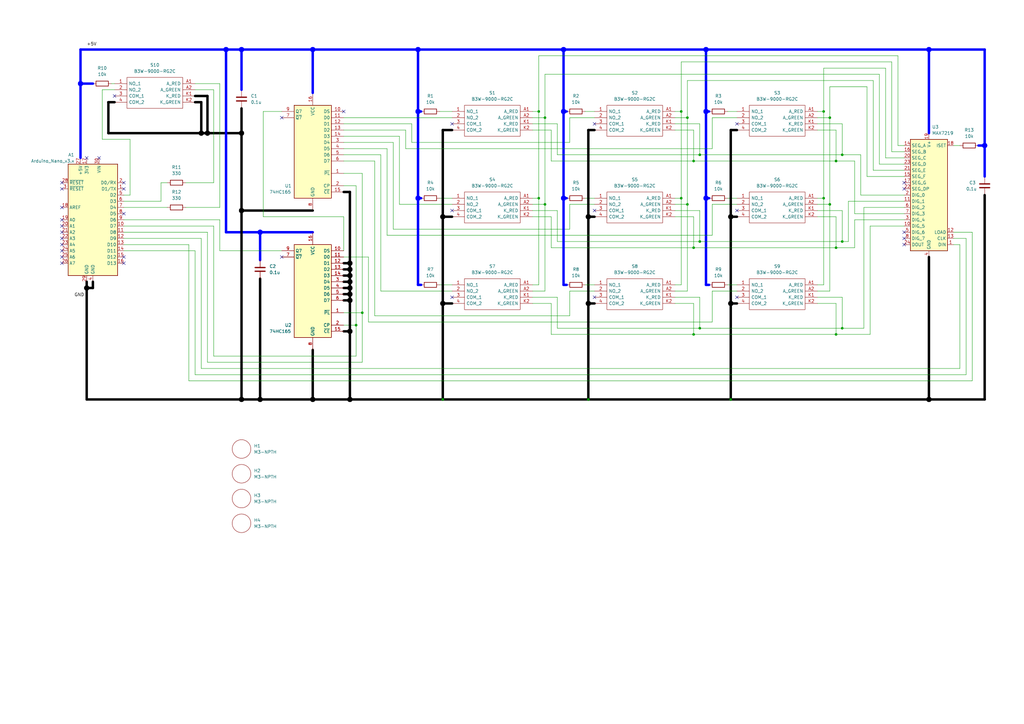
<source format=kicad_sch>
(kicad_sch (version 20211123) (generator eeschema)
  (paper "A3")
  (lib_symbols
    (symbol "74xx:74HC165"
      (property "Reference" "U" (at -7.62 19.05 0))
      (property "Value" "74HC165" (at -7.62 -21.59 0))
      (symbol "74HC165_1_0"
        (pin input line (at -12.7 -10.16 0) (length 5.08) (name "~{PL}") (number "1"))
        (pin input line (at -12.7 15.24 0) (length 5.08) (name "DS") (number "10"))
        (pin input line (at -12.7 12.7 0) (length 5.08) (name "D0") (number "11"))
        (pin input line (at -12.7 10.16 0) (length 5.08) (name "D1") (number "12"))
        (pin input line (at -12.7 7.62 0) (length 5.08) (name "D2") (number "13"))
        (pin input line (at -12.7 5.08 0) (length 5.08) (name "D3") (number "14"))
        (pin input line (at -12.7 -17.78 0) (length 5.08) (name "~{CE}") (number "15"))
        (pin power_in line (at 0 22.86 270) (length 5.08) (name "VCC") (number "16"))
        (pin input line (at -12.7 -15.24 0) (length 5.08) (name "CP") (number "2"))
        (pin input line (at -12.7 2.54 0) (length 5.08) (name "D4") (number "3"))
        (pin input line (at -12.7 0 0) (length 5.08) (name "D5") (number "4"))
        (pin input line (at -12.7 -2.54 0) (length 5.08) (name "D6") (number "5"))
        (pin input line (at -12.7 -5.08 0) (length 5.08) (name "D7") (number "6"))
        (pin output line (at 12.7 12.7 180) (length 5.08) (name "~{Q7}") (number "7"))
        (pin power_in line (at 0 -25.4 90) (length 5.08) (name "GND") (number "8"))
        (pin output line (at 12.7 15.24 180) (length 5.08) (name "Q7") (number "9"))
      )
      (symbol "74HC165_1_1"
        (rectangle (start -7.62 17.78) (end 7.62 -20.32) (stroke (width 0.254)) (fill (type background)))
      )
    )
    (symbol "Device:C" (pin_numbers hide) (pin_names (offset 0.254))
      (property "Reference" "C" (at 0.635 2.54 0))
      (property "Value" "C" (at 0.635 -2.54 0))
      (symbol "C_0_1"
        (polyline (pts (xy -2.032 -0.762) (xy 2.032 -0.762)) (stroke (width 0.508)))
        (polyline (pts (xy -2.032 0.762) (xy 2.032 0.762)) (stroke (width 0.508)))
      )
      (symbol "C_1_1"
        (pin passive line (at 0 3.81 270) (length 2.794) (name "~") (number "1"))
        (pin passive line (at 0 -3.81 90) (length 2.794) (name "~") (number "2"))
      )
    )
    (symbol "Device:R" (pin_numbers hide) (pin_names (offset 0))
      (property "Reference" "R" (at 2.032 0 90))
      (property "Value" "R" (at 0 0 90))
      (symbol "R_0_1"
        (rectangle (start -1.016 -2.54) (end 1.016 2.54) (stroke (width 0.254)))
      )
      (symbol "R_1_1"
        (pin passive line (at 0 3.81 270) (length 1.27) (name "~") (number "1"))
        (pin passive line (at 0 -3.81 90) (length 1.27) (name "~") (number "2"))
      )
    )
    (symbol "Driver_LED:MAX7219"
      (property "Reference" "U" (at -6.35 24.13 0))
      (property "Value" "MAX7219" (at 1.27 25.4 0))
      (symbol "MAX7219_0_1"
        (rectangle (start -7.62 22.86) (end 7.62 -22.86) (stroke (width 0.254)) (fill (type background)))
      )
      (symbol "MAX7219_1_1"
        (pin input line (at -10.16 -20.32 0) (length 2.54) (name "DIN") (number "1"))
        (pin output line (at 10.16 -12.7 180) (length 2.54) (name "DIG_5") (number "10"))
        (pin output line (at 10.16 -2.54 180) (length 2.54) (name "DIG_1") (number "11"))
        (pin input line (at -10.16 -15.24 0) (length 2.54) (name "LOAD") (number "12"))
        (pin input line (at -10.16 -17.78 0) (length 2.54) (name "CLK") (number "13"))
        (pin output line (at 10.16 20.32 180) (length 2.54) (name "SEG_A") (number "14"))
        (pin output line (at 10.16 7.62 180) (length 2.54) (name "SEG_F") (number "15"))
        (pin output line (at 10.16 17.78 180) (length 2.54) (name "SEG_B") (number "16"))
        (pin output line (at 10.16 5.08 180) (length 2.54) (name "SEG_G") (number "17"))
        (pin input line (at -10.16 20.32 0) (length 2.54) (name "ISET") (number "18"))
        (pin power_in line (at 0 25.4 270) (length 2.54) (name "V+") (number "19"))
        (pin output line (at 10.16 0 180) (length 2.54) (name "DIG_0") (number "2"))
        (pin output line (at 10.16 15.24 180) (length 2.54) (name "SEG_C") (number "20"))
        (pin output line (at 10.16 10.16 180) (length 2.54) (name "SEG_E") (number "21"))
        (pin output line (at 10.16 2.54 180) (length 2.54) (name "SEG_DP") (number "22"))
        (pin output line (at 10.16 12.7 180) (length 2.54) (name "SEG_D") (number "23"))
        (pin output line (at 10.16 -20.32 180) (length 2.54) (name "DOUT") (number "24"))
        (pin output line (at 10.16 -10.16 180) (length 2.54) (name "DIG_4") (number "3"))
        (pin power_in line (at 0 -25.4 90) (length 2.54) (name "GND") (number "4"))
        (pin output line (at 10.16 -15.24 180) (length 2.54) (name "DIG_6") (number "5"))
        (pin output line (at 10.16 -5.08 180) (length 2.54) (name "DIG_2") (number "6"))
        (pin output line (at 10.16 -7.62 180) (length 2.54) (name "DIG_3") (number "7"))
        (pin output line (at 10.16 -17.78 180) (length 2.54) (name "DIG_7") (number "8"))
        (pin passive line (at 0 -25.4 90) (length 2.54) hide (name "GND") (number "9"))
      )
    )
    (symbol "MCU_Module:Arduino_Nano_v3.x"
      (property "Reference" "A" (at -10.16 23.495 0))
      (property "Value" "Arduino_Nano_v3.x" (at 5.08 -24.13 0))
      (symbol "Arduino_Nano_v3.x_0_1"
        (rectangle (start -10.16 22.86) (end 10.16 -22.86) (stroke (width 0.254)) (fill (type background)))
      )
      (symbol "Arduino_Nano_v3.x_1_1"
        (pin bidirectional line (at -12.7 12.7 0) (length 2.54) (name "D1/TX") (number "1"))
        (pin bidirectional line (at -12.7 -2.54 0) (length 2.54) (name "D7") (number "10"))
        (pin bidirectional line (at -12.7 -5.08 0) (length 2.54) (name "D8") (number "11"))
        (pin bidirectional line (at -12.7 -7.62 0) (length 2.54) (name "D9") (number "12"))
        (pin bidirectional line (at -12.7 -10.16 0) (length 2.54) (name "D10") (number "13"))
        (pin bidirectional line (at -12.7 -12.7 0) (length 2.54) (name "D11") (number "14"))
        (pin bidirectional line (at -12.7 -15.24 0) (length 2.54) (name "D12") (number "15"))
        (pin bidirectional line (at -12.7 -17.78 0) (length 2.54) (name "D13") (number "16"))
        (pin power_out line (at 2.54 25.4 270) (length 2.54) (name "3V3") (number "17"))
        (pin input line (at 12.7 5.08 180) (length 2.54) (name "AREF") (number "18"))
        (pin bidirectional line (at 12.7 0 180) (length 2.54) (name "A0") (number "19"))
        (pin bidirectional line (at -12.7 15.24 0) (length 2.54) (name "D0/RX") (number "2"))
        (pin bidirectional line (at 12.7 -2.54 180) (length 2.54) (name "A1") (number "20"))
        (pin bidirectional line (at 12.7 -5.08 180) (length 2.54) (name "A2") (number "21"))
        (pin bidirectional line (at 12.7 -7.62 180) (length 2.54) (name "A3") (number "22"))
        (pin bidirectional line (at 12.7 -10.16 180) (length 2.54) (name "A4") (number "23"))
        (pin bidirectional line (at 12.7 -12.7 180) (length 2.54) (name "A5") (number "24"))
        (pin bidirectional line (at 12.7 -15.24 180) (length 2.54) (name "A6") (number "25"))
        (pin bidirectional line (at 12.7 -17.78 180) (length 2.54) (name "A7") (number "26"))
        (pin power_out line (at 5.08 25.4 270) (length 2.54) (name "+5V") (number "27"))
        (pin input line (at 12.7 15.24 180) (length 2.54) (name "~{RESET}") (number "28"))
        (pin power_in line (at 2.54 -25.4 90) (length 2.54) (name "GND") (number "29"))
        (pin input line (at 12.7 12.7 180) (length 2.54) (name "~{RESET}") (number "3"))
        (pin power_in line (at -2.54 25.4 270) (length 2.54) (name "VIN") (number "30"))
        (pin power_in line (at 0 -25.4 90) (length 2.54) (name "GND") (number "4"))
        (pin bidirectional line (at -12.7 10.16 0) (length 2.54) (name "D2") (number "5"))
        (pin bidirectional line (at -12.7 7.62 0) (length 2.54) (name "D3") (number "6"))
        (pin bidirectional line (at -12.7 5.08 0) (length 2.54) (name "D4") (number "7"))
        (pin bidirectional line (at -12.7 2.54 0) (length 2.54) (name "D5") (number "8"))
        (pin bidirectional line (at -12.7 0 0) (length 2.54) (name "D6") (number "9"))
      )
    )
    (symbol "TicTacToeV1:B3W-9000-RG2C" (pin_names (offset 0.762))
      (property "Reference" "S" (at 29.21 7.62 0))
      (property "Value" "B3W-9000-RG2C" (at 29.21 5.08 0))
      (symbol "B3W-9000-RG2C_0_0"
        (pin passive line (at 0 0 0) (length 5.08) (name "NO_1") (number "1"))
        (pin passive line (at 0 -2.54 0) (length 5.08) (name "NO_2") (number "2"))
        (pin passive line (at 0 -5.08 0) (length 5.08) (name "COM_1") (number "3"))
        (pin passive line (at 0 -7.62 0) (length 5.08) (name "COM_2") (number "4"))
        (pin passive line (at 33.02 0 180) (length 5.08) (name "A_RED") (number "A1"))
        (pin passive line (at 33.02 -2.54 180) (length 5.08) (name "A_GREEN") (number "A2"))
        (pin passive line (at 33.02 -5.08 180) (length 5.08) (name "K_RED") (number "K1"))
        (pin passive line (at 33.02 -7.62 180) (length 5.08) (name "K_GREEN") (number "K2"))
      )
      (symbol "B3W-9000-RG2C_0_1"
        (polyline (pts (xy 5.08 2.54) (xy 27.94 2.54) (xy 27.94 -10.16) (xy 5.08 -10.16) (xy 5.08 2.54)) (stroke (width 0.1524)))
      )
    )
    (symbol "TicTacToeV1:M3-NPTH" (pin_numbers hide) (pin_names (offset 0) hide)
      (property "Reference" "H" (at 0 7.62 0))
      (property "Value" "M3-NPTH" (at 0 5.08 0))
      (symbol "M3-NPTH_0_1"
        (circle (center 0 0) (radius 3.81))
      )
    )
  )
  (junction (at 299.72 88.9) (diameter 2) (color 0 0 0 1))
  (junction (at 231.14 81.28) (diameter 2) (color 0 0 255 1))
  (junction (at 223.52 48.26))
  (junction (at 99.06 20.32) (diameter 2) (color 0 0 255 1))
  (junction (at 143.51 120.65) (diameter 2) (color 0 0 0 1))
  (junction (at 181.61 163.83))
  (junction (at 287.02 99.06))
  (junction (at 284.48 101.6))
  (junction (at 143.51 110.49) (diameter 2) (color 0 0 0 1))
  (junction (at 345.44 63.5))
  (junction (at 223.52 83.82))
  (junction (at 181.61 124.46) (diameter 2) (color 0 0 0 1))
  (junction (at 342.9 137.16))
  (junction (at 143.51 107.95) (diameter 2) (color 0 0 0 1))
  (junction (at 106.68 163.83) (diameter 2) (color 0 0 0 1))
  (junction (at 231.14 45.72) (diameter 2) (color 0 0 255 1))
  (junction (at 289.56 81.28) (diameter 2) (color 0 0 255 1))
  (junction (at 99.06 86.36) (diameter 2) (color 0 0 0 1))
  (junction (at 220.98 45.72))
  (junction (at 381 163.83) (diameter 2) (color 0 0 0 1))
  (junction (at 148.59 128.27))
  (junction (at 171.45 45.72) (diameter 2) (color 0 0 255 1))
  (junction (at 92.71 20.32) (diameter 2) (color 0 0 255 1))
  (junction (at 241.3 88.9) (diameter 2) (color 0 0 0 1))
  (junction (at 181.61 88.9) (diameter 2) (color 0 0 0 1))
  (junction (at 342.9 101.6))
  (junction (at 85.09 54.61) (diameter 2) (color 0 0 0 1))
  (junction (at 403.86 59.69) (diameter 2) (color 0 0 255 1))
  (junction (at 128.27 163.83) (diameter 2) (color 0 0 0 1))
  (junction (at 289.56 20.32) (diameter 2) (color 0 0 255 1))
  (junction (at 299.72 163.83))
  (junction (at 279.4 45.72))
  (junction (at 340.36 83.82))
  (junction (at 279.4 81.28))
  (junction (at 35.56 118.11) (diameter 2) (color 0 0 0 1))
  (junction (at 143.51 163.83) (diameter 2) (color 0 0 0 1))
  (junction (at 99.06 163.83) (diameter 2) (color 0 0 0 1))
  (junction (at 33.02 34.29) (diameter 2) (color 0 0 255 1))
  (junction (at 143.51 123.19) (diameter 2) (color 0 0 0 1))
  (junction (at 337.82 81.28))
  (junction (at 241.3 163.83))
  (junction (at 299.72 124.46) (diameter 2) (color 0 0 0 1))
  (junction (at 281.94 83.82))
  (junction (at 171.45 20.32) (diameter 2) (color 0 0 255 1))
  (junction (at 99.06 54.61) (diameter 2) (color 0 0 0 1))
  (junction (at 106.68 95.25) (diameter 2) (color 0 0 255 1))
  (junction (at 146.05 133.35))
  (junction (at 143.51 113.03) (diameter 2) (color 0 0 0 1))
  (junction (at 143.51 135.89) (diameter 2) (color 0 0 0 1))
  (junction (at 340.36 48.26))
  (junction (at 337.82 45.72))
  (junction (at 342.9 66.04))
  (junction (at 289.56 45.72) (diameter 2) (color 0 0 255 1))
  (junction (at 82.55 54.61) (diameter 2) (color 0 0 0 1))
  (junction (at 281.94 48.26))
  (junction (at 143.51 118.11) (diameter 2) (color 0 0 0 1))
  (junction (at 287.02 134.62))
  (junction (at 284.48 66.04))
  (junction (at 220.98 81.28))
  (junction (at 128.27 20.32) (diameter 2) (color 0 0 255 1))
  (junction (at 241.3 124.46) (diameter 2) (color 0 0 0 1))
  (junction (at 143.51 115.57) (diameter 2) (color 0 0 0 1))
  (junction (at 287.02 63.5))
  (junction (at 381 20.32) (diameter 2) (color 0 0 255 1))
  (junction (at 171.45 81.28) (diameter 2) (color 0 0 255 1))
  (junction (at 345.44 99.06))
  (junction (at 231.14 20.32) (diameter 2) (color 0 0 255 1))
  (junction (at 345.44 134.62))
  (junction (at 284.48 137.16))
  (no_connect (at 40.64 64.77))
  (no_connect (at 25.4 90.17))
  (no_connect (at 370.84 77.47))
  (no_connect (at 185.42 50.8))
  (no_connect (at 370.84 95.25))
  (no_connect (at 140.97 45.72))
  (no_connect (at 50.8 74.93))
  (no_connect (at 243.84 86.36))
  (no_connect (at 25.4 102.87))
  (no_connect (at 25.4 77.47))
  (no_connect (at 185.42 86.36))
  (no_connect (at 50.8 107.95))
  (no_connect (at 115.57 105.41))
  (no_connect (at 25.4 100.33))
  (no_connect (at 302.26 121.92))
  (no_connect (at 243.84 121.92))
  (no_connect (at 25.4 105.41))
  (no_connect (at 25.4 95.25))
  (no_connect (at 302.26 86.36))
  (no_connect (at 185.42 121.92))
  (no_connect (at 25.4 74.93))
  (no_connect (at 302.26 50.8))
  (no_connect (at 370.84 74.93))
  (no_connect (at 25.4 107.95))
  (no_connect (at 25.4 85.09))
  (no_connect (at 243.84 50.8))
  (no_connect (at 50.8 77.47))
  (no_connect (at 370.84 100.33))
  (no_connect (at 50.8 87.63))
  (no_connect (at 115.57 48.26))
  (no_connect (at 46.99 39.37))
  (no_connect (at 370.84 97.79))
  (no_connect (at 50.8 105.41))
  (no_connect (at 25.4 92.71))
  (no_connect (at 35.56 64.77))
  (no_connect (at 25.4 97.79))
  (wire (pts (xy 218.44 124.46) (xy 226.06 124.46)))
  (wire (pts (xy 44.45 41.91) (xy 44.45 54.61)) (stroke (width 1) (color 0 0 0 1)))
  (wire (pts (xy 161.29 93.98) (xy 233.68 93.98)))
  (wire (pts (xy 403.86 59.69) (xy 403.86 20.32)) (stroke (width 1) (color 0 0 255 1)))
  (wire (pts (xy 50.8 95.25) (xy 85.09 95.25)))
  (wire (pts (xy 143.51 163.83) (xy 181.61 163.83)) (stroke (width 1) (color 0 0 0 1)))
  (wire (pts (xy 140.97 88.9) (xy 140.97 102.87)))
  (wire (pts (xy 358.14 33.02) (xy 281.94 33.02)))
  (wire (pts (xy 140.97 115.57) (xy 143.51 115.57)) (stroke (width 1) (color 0 0 0 1)))
  (wire (pts (xy 66.04 82.55) (xy 66.04 74.93)))
  (wire (pts (xy 279.4 81.28) (xy 279.4 116.84)))
  (wire (pts (xy 299.72 53.34) (xy 299.72 88.9)) (stroke (width 1) (color 0 0 0 1)))
  (wire (pts (xy 302.26 119.38) (xy 292.1 119.38)))
  (wire (pts (xy 143.51 110.49) (xy 143.51 113.03)) (stroke (width 1) (color 0 0 0 1)))
  (wire (pts (xy 77.47 100.33) (xy 50.8 100.33)))
  (wire (pts (xy 342.9 124.46) (xy 342.9 137.16)))
  (wire (pts (xy 140.97 118.11) (xy 143.51 118.11)) (stroke (width 1) (color 0 0 0 1)))
  (wire (pts (xy 92.71 20.32) (xy 92.71 95.25)) (stroke (width 1) (color 0 0 255 1)))
  (wire (pts (xy 287.02 50.8) (xy 276.86 50.8)))
  (wire (pts (xy 151.13 105.41) (xy 151.13 132.08)))
  (wire (pts (xy 231.14 45.72) (xy 231.14 81.28)) (stroke (width 1) (color 0 0 255 1)))
  (wire (pts (xy 279.4 45.72) (xy 279.4 81.28)))
  (wire (pts (xy 87.63 146.05) (xy 146.05 146.05)))
  (wire (pts (xy 161.29 58.42) (xy 161.29 93.98)))
  (wire (pts (xy 289.56 81.28) (xy 289.56 116.84)) (stroke (width 1) (color 0 0 255 1)))
  (wire (pts (xy 393.7 100.33) (xy 391.16 100.33)))
  (wire (pts (xy 50.8 80.01) (xy 53.34 80.01)))
  (wire (pts (xy 99.06 20.32) (xy 99.06 36.83)) (stroke (width 1) (color 0 0 255 1)))
  (wire (pts (xy 302.26 81.28) (xy 298.45 81.28)))
  (wire (pts (xy 292.1 83.82) (xy 292.1 96.52)))
  (wire (pts (xy 90.17 102.87) (xy 115.57 102.87)))
  (wire (pts (xy 302.26 48.26) (xy 292.1 48.26)))
  (wire (pts (xy 140.97 128.27) (xy 148.59 128.27)))
  (wire (pts (xy 358.14 69.85) (xy 370.84 69.85)))
  (wire (pts (xy 284.48 66.04) (xy 342.9 66.04)))
  (wire (pts (xy 284.48 124.46) (xy 284.48 137.16)))
  (wire (pts (xy 335.28 88.9) (xy 342.9 88.9)))
  (wire (pts (xy 99.06 20.32) (xy 128.27 20.32)) (stroke (width 1) (color 0 0 255 1)))
  (wire (pts (xy 140.97 55.88) (xy 163.83 55.88)))
  (wire (pts (xy 335.28 53.34) (xy 342.9 53.34)))
  (wire (pts (xy 87.63 74.93) (xy 87.63 36.83)))
  (wire (pts (xy 228.6 134.62) (xy 287.02 134.62)))
  (wire (pts (xy 168.91 50.8) (xy 168.91 58.42)))
  (wire (pts (xy 279.4 81.28) (xy 276.86 81.28)))
  (wire (pts (xy 299.72 124.46) (xy 299.72 163.83)) (stroke (width 1) (color 0 0 0 1)))
  (wire (pts (xy 350.52 66.04) (xy 350.52 87.63)))
  (wire (pts (xy 171.45 81.28) (xy 171.45 116.84)) (stroke (width 1) (color 0 0 255 1)))
  (wire (pts (xy 233.68 48.26) (xy 243.84 48.26)))
  (wire (pts (xy 151.13 132.08) (xy 292.1 132.08)))
  (wire (pts (xy 276.86 53.34) (xy 284.48 53.34)))
  (wire (pts (xy 148.59 71.12) (xy 148.59 128.27)))
  (wire (pts (xy 181.61 124.46) (xy 185.42 124.46)) (stroke (width 1) (color 0 0 0 1)))
  (wire (pts (xy 128.27 163.83) (xy 143.51 163.83)) (stroke (width 1) (color 0 0 0 1)))
  (wire (pts (xy 33.02 34.29) (xy 33.02 20.32)) (stroke (width 1) (color 0 0 255 1)))
  (wire (pts (xy 172.72 116.84) (xy 171.45 116.84)) (stroke (width 1) (color 0 0 255 1)))
  (wire (pts (xy 231.14 20.32) (xy 289.56 20.32)) (stroke (width 1) (color 0 0 255 1)))
  (wire (pts (xy 226.06 66.04) (xy 226.06 53.34)))
  (wire (pts (xy 140.97 135.89) (xy 143.51 135.89)) (stroke (width 1) (color 0 0 0 1)))
  (wire (pts (xy 156.21 63.5) (xy 156.21 119.38)))
  (wire (pts (xy 290.83 45.72) (xy 289.56 45.72)) (stroke (width 1) (color 0 0 255 1)))
  (wire (pts (xy 156.21 119.38) (xy 185.42 119.38)))
  (wire (pts (xy 358.14 33.02) (xy 358.14 69.85)))
  (wire (pts (xy 233.68 119.38) (xy 243.84 119.38)))
  (wire (pts (xy 50.8 92.71) (xy 87.63 92.71)))
  (wire (pts (xy 284.48 53.34) (xy 284.48 66.04)))
  (wire (pts (xy 171.45 20.32) (xy 231.14 20.32)) (stroke (width 1) (color 0 0 255 1)))
  (wire (pts (xy 355.6 35.56) (xy 355.6 72.39)))
  (wire (pts (xy 223.52 30.48) (xy 360.68 30.48)))
  (wire (pts (xy 233.68 58.42) (xy 233.68 48.26)))
  (wire (pts (xy 403.86 163.83) (xy 381 163.83)) (stroke (width 1) (color 0 0 0 1)))
  (wire (pts (xy 284.48 101.6) (xy 284.48 88.9)))
  (wire (pts (xy 391.16 95.25) (xy 398.78 95.25)))
  (wire (pts (xy 231.14 81.28) (xy 231.14 116.84)) (stroke (width 1) (color 0 0 255 1)))
  (wire (pts (xy 355.6 72.39) (xy 370.84 72.39)))
  (wire (pts (xy 80.01 153.67) (xy 396.24 153.67)))
  (wire (pts (xy 156.21 63.5) (xy 140.97 63.5)))
  (wire (pts (xy 80.01 102.87) (xy 80.01 153.67)))
  (wire (pts (xy 232.41 45.72) (xy 231.14 45.72)) (stroke (width 1) (color 0 0 255 1)))
  (wire (pts (xy 342.9 88.9) (xy 342.9 101.6)))
  (wire (pts (xy 345.44 99.06) (xy 347.98 99.06)))
  (wire (pts (xy 218.44 86.36) (xy 228.6 86.36)))
  (wire (pts (xy 241.3 163.83) (xy 299.72 163.83)) (stroke (width 1) (color 0 0 0 1)))
  (wire (pts (xy 370.84 90.17) (xy 350.52 90.17)))
  (wire (pts (xy 398.78 95.25) (xy 398.78 156.21)))
  (wire (pts (xy 218.44 81.28) (xy 220.98 81.28)))
  (wire (pts (xy 143.51 115.57) (xy 143.51 118.11)) (stroke (width 1) (color 0 0 0 1)))
  (wire (pts (xy 99.06 163.83) (xy 106.68 163.83)) (stroke (width 1) (color 0 0 0 1)))
  (wire (pts (xy 243.84 81.28) (xy 240.03 81.28)))
  (wire (pts (xy 243.84 124.46) (xy 241.3 124.46)) (stroke (width 1) (color 0 0 0 1)))
  (wire (pts (xy 337.82 45.72) (xy 337.82 81.28)))
  (wire (pts (xy 140.97 60.96) (xy 158.75 60.96)))
  (wire (pts (xy 41.91 57.15) (xy 41.91 36.83)))
  (wire (pts (xy 335.28 119.38) (xy 340.36 119.38)))
  (wire (pts (xy 287.02 86.36) (xy 276.86 86.36)))
  (wire (pts (xy 146.05 146.05) (xy 146.05 133.35)))
  (wire (pts (xy 143.51 123.19) (xy 143.51 135.89)) (stroke (width 1) (color 0 0 0 1)))
  (wire (pts (xy 360.68 67.31) (xy 370.84 67.31)))
  (wire (pts (xy 302.26 45.72) (xy 298.45 45.72)))
  (wire (pts (xy 106.68 114.3) (xy 106.68 163.83)) (stroke (width 1) (color 0 0 0 1)))
  (wire (pts (xy 99.06 54.61) (xy 99.06 86.36)) (stroke (width 1) (color 0 0 0 1)))
  (wire (pts (xy 302.26 116.84) (xy 298.45 116.84)))
  (wire (pts (xy 90.17 34.29) (xy 90.17 85.09)))
  (wire (pts (xy 106.68 163.83) (xy 128.27 163.83)) (stroke (width 1) (color 0 0 0 1)))
  (wire (pts (xy 76.2 74.93) (xy 87.63 74.93)))
  (wire (pts (xy 340.36 35.56) (xy 355.6 35.56)))
  (wire (pts (xy 289.56 20.32) (xy 289.56 45.72)) (stroke (width 1) (color 0 0 255 1)))
  (wire (pts (xy 284.48 66.04) (xy 226.06 66.04)))
  (wire (pts (xy 287.02 63.5) (xy 345.44 63.5)))
  (wire (pts (xy 353.06 80.01) (xy 353.06 63.5)))
  (wire (pts (xy 228.6 99.06) (xy 287.02 99.06)))
  (wire (pts (xy 356.87 137.16) (xy 356.87 92.71)))
  (wire (pts (xy 337.82 27.94) (xy 337.82 45.72)))
  (wire (pts (xy 289.56 45.72) (xy 289.56 81.28)) (stroke (width 1) (color 0 0 255 1)))
  (wire (pts (xy 140.97 120.65) (xy 143.51 120.65)) (stroke (width 1) (color 0 0 0 1)))
  (wire (pts (xy 233.68 129.54) (xy 233.68 119.38)))
  (wire (pts (xy 143.51 135.89) (xy 143.51 163.83)) (stroke (width 1) (color 0 0 0 1)))
  (wire (pts (xy 337.82 81.28) (xy 335.28 81.28)))
  (wire (pts (xy 38.1 34.29) (xy 33.02 34.29)) (stroke (width 1) (color 0 0 255 1)))
  (wire (pts (xy 363.22 64.77) (xy 370.84 64.77)))
  (wire (pts (xy 284.48 101.6) (xy 342.9 101.6)))
  (wire (pts (xy 181.61 124.46) (xy 181.61 163.83)) (stroke (width 1) (color 0 0 0 1)))
  (wire (pts (xy 287.02 99.06) (xy 345.44 99.06)))
  (wire (pts (xy 335.28 86.36) (xy 345.44 86.36)))
  (wire (pts (xy 181.61 88.9) (xy 181.61 124.46)) (stroke (width 1) (color 0 0 0 1)))
  (wire (pts (xy 85.09 95.25) (xy 85.09 148.59)))
  (wire (pts (xy 140.97 105.41) (xy 151.13 105.41)))
  (wire (pts (xy 50.8 85.09) (xy 68.58 85.09)))
  (wire (pts (xy 299.72 124.46) (xy 302.26 124.46)) (stroke (width 1) (color 0 0 0 1)))
  (wire (pts (xy 66.04 74.93) (xy 68.58 74.93)))
  (wire (pts (xy 50.8 90.17) (xy 90.17 90.17)))
  (wire (pts (xy 290.83 81.28) (xy 289.56 81.28)) (stroke (width 1) (color 0 0 255 1)))
  (wire (pts (xy 356.87 92.71) (xy 370.84 92.71)))
  (wire (pts (xy 220.98 45.72) (xy 220.98 81.28)))
  (wire (pts (xy 290.83 116.84) (xy 289.56 116.84)) (stroke (width 1) (color 0 0 255 1)))
  (wire (pts (xy 403.86 80.01) (xy 403.86 163.83)) (stroke (width 1) (color 0 0 0 1)))
  (wire (pts (xy 232.41 116.84) (xy 231.14 116.84)) (stroke (width 1) (color 0 0 255 1)))
  (wire (pts (xy 99.06 86.36) (xy 128.27 86.36)) (stroke (width 1) (color 0 0 0 1)))
  (wire (pts (xy 403.86 59.69) (xy 403.86 72.39)) (stroke (width 1) (color 0 0 255 1)))
  (wire (pts (xy 299.72 163.83) (xy 381 163.83)) (stroke (width 1) (color 0 0 0 1)))
  (wire (pts (xy 38.1 115.57) (xy 38.1 118.11)) (stroke (width 1) (color 0 0 0 1)))
  (wire (pts (xy 350.52 90.17) (xy 350.52 101.6)))
  (wire (pts (xy 163.83 83.82) (xy 185.42 83.82)))
  (wire (pts (xy 223.52 48.26) (xy 223.52 30.48)))
  (wire (pts (xy 340.36 83.82) (xy 335.28 83.82)))
  (wire (pts (xy 281.94 33.02) (xy 281.94 48.26)))
  (wire (pts (xy 82.55 151.13) (xy 393.7 151.13)))
  (wire (pts (xy 233.68 93.98) (xy 233.68 83.82)))
  (wire (pts (xy 281.94 83.82) (xy 281.94 119.38)))
  (wire (pts (xy 140.97 78.74) (xy 143.51 78.74)) (stroke (width 1) (color 0 0 0 1)))
  (wire (pts (xy 77.47 100.33) (xy 77.47 156.21)))
  (wire (pts (xy 143.51 120.65) (xy 143.51 123.19)) (stroke (width 1) (color 0 0 0 1)))
  (wire (pts (xy 226.06 124.46) (xy 226.06 137.16)))
  (wire (pts (xy 172.72 81.28) (xy 171.45 81.28)) (stroke (width 1) (color 0 0 255 1)))
  (wire (pts (xy 287.02 99.06) (xy 287.02 86.36)))
  (wire (pts (xy 153.67 129.54) (xy 233.68 129.54)))
  (wire (pts (xy 99.06 86.36) (xy 99.06 163.83)) (stroke (width 1) (color 0 0 0 1)))
  (wire (pts (xy 337.82 81.28) (xy 337.82 116.84)))
  (wire (pts (xy 276.86 116.84) (xy 279.4 116.84)))
  (wire (pts (xy 107.95 45.72) (xy 107.95 88.9)))
  (wire (pts (xy 279.4 25.4) (xy 279.4 45.72)))
  (wire (pts (xy 140.97 58.42) (xy 161.29 58.42)))
  (wire (pts (xy 220.98 81.28) (xy 220.98 116.84)))
  (wire (pts (xy 340.36 48.26) (xy 340.36 83.82)))
  (wire (pts (xy 241.3 88.9) (xy 241.3 124.46)) (stroke (width 1) (color 0 0 0 1)))
  (wire (pts (xy 228.6 121.92) (xy 228.6 134.62)))
  (wire (pts (xy 226.06 137.16) (xy 284.48 137.16)))
  (wire (pts (xy 153.67 66.04) (xy 153.67 129.54)))
  (wire (pts (xy 168.91 58.42) (xy 233.68 58.42)))
  (wire (pts (xy 241.3 53.34) (xy 241.3 88.9)) (stroke (width 1) (color 0 0 0 1)))
  (wire (pts (xy 171.45 20.32) (xy 171.45 45.72)) (stroke (width 1) (color 0 0 255 1)))
  (wire (pts (xy 363.22 27.94) (xy 363.22 64.77)))
  (wire (pts (xy 92.71 95.25) (xy 106.68 95.25)) (stroke (width 1) (color 0 0 255 1)))
  (wire (pts (xy 342.9 137.16) (xy 356.87 137.16)))
  (wire (pts (xy 140.97 66.04) (xy 153.67 66.04)))
  (wire (pts (xy 340.36 83.82) (xy 340.36 119.38)))
  (wire (pts (xy 50.8 97.79) (xy 82.55 97.79)))
  (wire (pts (xy 166.37 53.34) (xy 166.37 60.96)))
  (wire (pts (xy 172.72 45.72) (xy 171.45 45.72)) (stroke (width 1) (color 0 0 255 1)))
  (wire (pts (xy 180.34 81.28) (xy 185.42 81.28)))
  (wire (pts (xy 232.41 81.28) (xy 231.14 81.28)) (stroke (width 1) (color 0 0 255 1)))
  (wire (pts (xy 85.09 39.37) (xy 85.09 54.61)) (stroke (width 1) (color 0 0 0 1)))
  (wire (pts (xy 180.34 45.72) (xy 185.42 45.72)))
  (wire (pts (xy 381 105.41) (xy 381 163.83)) (stroke (width 1) (color 0 0 0 1)))
  (wire (pts (xy 180.34 116.84) (xy 185.42 116.84)))
  (wire (pts (xy 181.61 53.34) (xy 181.61 88.9)) (stroke (width 1) (color 0 0 0 1)))
  (wire (pts (xy 342.9 53.34) (xy 342.9 66.04)))
  (wire (pts (xy 146.05 76.2) (xy 146.05 133.35)))
  (wire (pts (xy 287.02 134.62) (xy 345.44 134.62)))
  (wire (pts (xy 140.97 50.8) (xy 168.91 50.8)))
  (wire (pts (xy 181.61 163.83) (xy 241.3 163.83)) (stroke (width 1) (color 0 0 0 1)))
  (wire (pts (xy 140.97 110.49) (xy 143.51 110.49)) (stroke (width 1) (color 0 0 0 1)))
  (wire (pts (xy 163.83 55.88) (xy 163.83 83.82)))
  (wire (pts (xy 220.98 22.86) (xy 368.3 22.86)))
  (wire (pts (xy 158.75 96.52) (xy 292.1 96.52)))
  (wire (pts (xy 398.78 156.21) (xy 77.47 156.21)))
  (wire (pts (xy 82.55 54.61) (xy 85.09 54.61)) (stroke (width 1) (color 0 0 0 1)))
  (wire (pts (xy 80.01 41.91) (xy 82.55 41.91)) (stroke (width 1) (color 0 0 0 1)))
  (wire (pts (xy 335.28 121.92) (xy 345.44 121.92)))
  (wire (pts (xy 365.76 25.4) (xy 365.76 62.23)))
  (wire (pts (xy 241.3 88.9) (xy 243.84 88.9)) (stroke (width 1) (color 0 0 0 1)))
  (wire (pts (xy 218.44 53.34) (xy 226.06 53.34)))
  (wire (pts (xy 128.27 95.25) (xy 106.68 95.25)) (stroke (width 1) (color 0 0 255 1)))
  (wire (pts (xy 342.9 66.04) (xy 350.52 66.04)))
  (wire (pts (xy 107.95 88.9) (xy 140.97 88.9)))
  (wire (pts (xy 284.48 101.6) (xy 226.06 101.6)))
  (wire (pts (xy 231.14 20.32) (xy 231.14 45.72)) (stroke (width 1) (color 0 0 255 1)))
  (wire (pts (xy 218.44 116.84) (xy 220.98 116.84)))
  (wire (pts (xy 166.37 53.34) (xy 140.97 53.34)))
  (wire (pts (xy 370.84 80.01) (xy 353.06 80.01)))
  (wire (pts (xy 143.51 107.95) (xy 143.51 110.49)) (stroke (width 1) (color 0 0 0 1)))
  (wire (pts (xy 302.26 53.34) (xy 299.72 53.34)) (stroke (width 1) (color 0 0 0 1)))
  (wire (pts (xy 143.51 118.11) (xy 143.51 120.65)) (stroke (width 1) (color 0 0 0 1)))
  (wire (pts (xy 403.86 20.32) (xy 381 20.32)) (stroke (width 1) (color 0 0 255 1)))
  (wire (pts (xy 140.97 107.95) (xy 143.51 107.95)) (stroke (width 1) (color 0 0 0 1)))
  (wire (pts (xy 140.97 113.03) (xy 143.51 113.03)) (stroke (width 1) (color 0 0 0 1)))
  (wire (pts (xy 128.27 163.83) (xy 128.27 143.51)) (stroke (width 1) (color 0 0 0 1)))
  (wire (pts (xy 35.56 118.11) (xy 38.1 118.11)) (stroke (width 1) (color 0 0 0 1)))
  (wire (pts (xy 335.28 50.8) (xy 345.44 50.8)))
  (wire (pts (xy 276.86 119.38) (xy 281.94 119.38)))
  (wire (pts (xy 33.02 64.77) (xy 33.02 34.29)) (stroke (width 1) (color 0 0 255 1)))
  (wire (pts (xy 335.28 124.46) (xy 342.9 124.46)))
  (wire (pts (xy 299.72 88.9) (xy 302.26 88.9)) (stroke (width 1) (color 0 0 0 1)))
  (wire (pts (xy 92.71 20.32) (xy 99.06 20.32)) (stroke (width 1) (color 0 0 255 1)))
  (wire (pts (xy 391.16 59.69) (xy 393.7 59.69)))
  (wire (pts (xy 350.52 101.6) (xy 342.9 101.6)))
  (wire (pts (xy 87.63 92.71) (xy 87.63 146.05)))
  (wire (pts (xy 115.57 45.72) (xy 107.95 45.72)))
  (wire (pts (xy 292.1 48.26) (xy 292.1 60.96)))
  (wire (pts (xy 218.44 121.92) (xy 228.6 121.92)))
  (wire (pts (xy 181.61 88.9) (xy 185.42 88.9)) (stroke (width 1) (color 0 0 0 1)))
  (wire (pts (xy 292.1 119.38) (xy 292.1 132.08)))
  (wire (pts (xy 128.27 20.32) (xy 171.45 20.32)) (stroke (width 1) (color 0 0 255 1)))
  (wire (pts (xy 218.44 119.38) (xy 223.52 119.38)))
  (wire (pts (xy 106.68 95.25) (xy 106.68 106.68)) (stroke (width 1) (color 0 0 255 1)))
  (wire (pts (xy 276.86 88.9) (xy 284.48 88.9)))
  (wire (pts (xy 128.27 20.32) (xy 128.27 38.1)) (stroke (width 1) (color 0 0 255 1)))
  (wire (pts (xy 393.7 151.13) (xy 393.7 100.33)))
  (wire (pts (xy 350.52 87.63) (xy 370.84 87.63)))
  (wire (pts (xy 41.91 36.83) (xy 46.99 36.83)))
  (wire (pts (xy 368.3 59.69) (xy 370.84 59.69)))
  (wire (pts (xy 171.45 45.72) (xy 171.45 81.28)) (stroke (width 1) (color 0 0 255 1)))
  (wire (pts (xy 45.72 34.29) (xy 46.99 34.29)))
  (wire (pts (xy 35.56 115.57) (xy 35.56 118.11)) (stroke (width 1) (color 0 0 0 1)))
  (wire (pts (xy 82.55 97.79) (xy 82.55 151.13)))
  (wire (pts (xy 143.51 113.03) (xy 143.51 115.57)) (stroke (width 1) (color 0 0 0 1)))
  (wire (pts (xy 368.3 22.86) (xy 368.3 59.69)))
  (wire (pts (xy 335.28 48.26) (xy 340.36 48.26)))
  (wire (pts (xy 218.44 45.72) (xy 220.98 45.72)))
  (wire (pts (xy 276.86 124.46) (xy 284.48 124.46)))
  (wire (pts (xy 218.44 48.26) (xy 223.52 48.26)))
  (wire (pts (xy 347.98 82.55) (xy 347.98 99.06)))
  (wire (pts (xy 340.36 48.26) (xy 340.36 35.56)))
  (wire (pts (xy 223.52 48.26) (xy 223.52 83.82)))
  (wire (pts (xy 391.16 97.79) (xy 396.24 97.79)))
  (wire (pts (xy 85.09 54.61) (xy 99.06 54.61)) (stroke (width 1) (color 0 0 0 1)))
  (wire (pts (xy 241.3 124.46) (xy 241.3 163.83)) (stroke (width 1) (color 0 0 0 1)))
  (wire (pts (xy 80.01 39.37) (xy 85.09 39.37)) (stroke (width 1) (color 0 0 0 1)))
  (wire (pts (xy 360.68 30.48) (xy 360.68 67.31)))
  (wire (pts (xy 99.06 44.45) (xy 99.06 54.61)) (stroke (width 1) (color 0 0 0 1)))
  (wire (pts (xy 335.28 116.84) (xy 337.82 116.84)))
  (wire (pts (xy 228.6 86.36) (xy 228.6 99.06)))
  (wire (pts (xy 218.44 50.8) (xy 228.6 50.8)))
  (wire (pts (xy 363.22 27.94) (xy 337.82 27.94)))
  (wire (pts (xy 345.44 121.92) (xy 345.44 134.62)))
  (wire (pts (xy 90.17 85.09) (xy 76.2 85.09)))
  (wire (pts (xy 345.44 86.36) (xy 345.44 99.06)))
  (wire (pts (xy 228.6 50.8) (xy 228.6 63.5)))
  (wire (pts (xy 287.02 134.62) (xy 287.02 121.92)))
  (wire (pts (xy 354.33 134.62) (xy 345.44 134.62)))
  (wire (pts (xy 53.34 80.01) (xy 53.34 57.15)))
  (wire (pts (xy 35.56 118.11) (xy 35.56 163.83)) (stroke (width 1) (color 0 0 0 1)))
  (wire (pts (xy 46.99 41.91) (xy 44.45 41.91)) (stroke (width 1) (color 0 0 0 1)))
  (wire (pts (xy 50.8 82.55) (xy 66.04 82.55)))
  (wire (pts (xy 353.06 63.5) (xy 345.44 63.5)))
  (wire (pts (xy 33.02 20.32) (xy 92.71 20.32)) (stroke (width 1) (color 0 0 255 1)))
  (wire (pts (xy 87.63 36.83) (xy 80.01 36.83)))
  (wire (pts (xy 396.24 153.67) (xy 396.24 97.79)))
  (wire (pts (xy 226.06 101.6) (xy 226.06 88.9)))
  (wire (pts (xy 287.02 63.5) (xy 287.02 50.8)))
  (wire (pts (xy 381 54.61) (xy 381 20.32)) (stroke (width 1) (color 0 0 255 1)))
  (wire (pts (xy 276.86 45.72) (xy 279.4 45.72)))
  (wire (pts (xy 228.6 63.5) (xy 287.02 63.5)))
  (wire (pts (xy 143.51 78.74) (xy 143.51 107.95)) (stroke (width 1) (color 0 0 0 1)))
  (wire (pts (xy 181.61 53.34) (xy 185.42 53.34)) (stroke (width 1) (color 0 0 0 1)))
  (wire (pts (xy 281.94 83.82) (xy 276.86 83.82)))
  (wire (pts (xy 140.97 48.26) (xy 185.42 48.26)))
  (wire (pts (xy 218.44 83.82) (xy 223.52 83.82)))
  (wire (pts (xy 370.84 85.09) (xy 354.33 85.09)))
  (wire (pts (xy 50.8 102.87) (xy 80.01 102.87)))
  (wire (pts (xy 140.97 71.12) (xy 148.59 71.12)))
  (wire (pts (xy 345.44 50.8) (xy 345.44 63.5)))
  (wire (pts (xy 80.01 34.29) (xy 90.17 34.29)))
  (wire (pts (xy 347.98 82.55) (xy 370.84 82.55)))
  (wire (pts (xy 243.84 45.72) (xy 240.03 45.72)))
  (wire (pts (xy 365.76 62.23) (xy 370.84 62.23)))
  (wire (pts (xy 335.28 45.72) (xy 337.82 45.72)))
  (wire (pts (xy 44.45 54.61) (xy 82.55 54.61)) (stroke (width 1) (color 0 0 0 1)))
  (wire (pts (xy 276.86 121.92) (xy 287.02 121.92)))
  (wire (pts (xy 279.4 25.4) (xy 365.76 25.4)))
  (wire (pts (xy 82.55 41.91) (xy 82.55 54.61)) (stroke (width 1) (color 0 0 0 1)))
  (wire (pts (xy 401.32 59.69) (xy 403.86 59.69)) (stroke (width 1) (color 0 0 255 1)))
  (wire (pts (xy 220.98 22.86) (xy 220.98 45.72)))
  (wire (pts (xy 233.68 83.82) (xy 243.84 83.82)))
  (wire (pts (xy 148.59 148.59) (xy 148.59 128.27)))
  (wire (pts (xy 223.52 83.82) (xy 223.52 119.38)))
  (wire (pts (xy 354.33 85.09) (xy 354.33 134.62)))
  (wire (pts (xy 140.97 123.19) (xy 143.51 123.19)) (stroke (width 1) (color 0 0 0 1)))
  (wire (pts (xy 381 20.32) (xy 289.56 20.32)) (stroke (width 1) (color 0 0 255 1)))
  (wire (pts (xy 284.48 137.16) (xy 342.9 137.16)))
  (wire (pts (xy 90.17 90.17) (xy 90.17 102.87)))
  (wire (pts (xy 218.44 88.9) (xy 226.06 88.9)))
  (wire (pts (xy 166.37 60.96) (xy 292.1 60.96)))
  (wire (pts (xy 140.97 133.35) (xy 146.05 133.35)))
  (wire (pts (xy 281.94 48.26) (xy 281.94 83.82)))
  (wire (pts (xy 276.86 48.26) (xy 281.94 48.26)))
  (wire (pts (xy 302.26 83.82) (xy 292.1 83.82)))
  (wire (pts (xy 243.84 116.84) (xy 240.03 116.84)))
  (wire (pts (xy 158.75 60.96) (xy 158.75 96.52)))
  (wire (pts (xy 35.56 163.83) (xy 99.06 163.83)) (stroke (width 1) (color 0 0 0 1)))
  (wire (pts (xy 140.97 76.2) (xy 146.05 76.2)))
  (wire (pts (xy 299.72 88.9) (xy 299.72 124.46)) (stroke (width 1) (color 0 0 0 1)))
  (wire (pts (xy 53.34 57.15) (xy 41.91 57.15)))
  (wire (pts (xy 241.3 53.34) (xy 243.84 53.34)) (stroke (width 1) (color 0 0 0 1)))
  (wire (pts (xy 85.09 148.59) (xy 148.59 148.59)))
  (label "+5V" (at 35.56 19.05 0))
  (label "GND" (at 30.48 121.92 0))
  (symbol (lib_id "TicTacToeV1:B3W-9000-RG2C") (at 302.26 116.84 0) (unit 1)
    (property "Reference" "S9" (at 318.77 109.22 0))
    (property "Value" "B3W-9000-RG2C" (at 318.77 111.76 0))
    (property "Footprint" "TicTacToeV1:B3W-9000-RG2C" (effects hide))
    (property "Datasheet" "https://componentsearchengine.com/Datasheets/1/B3W-9000-RG2C.pdf" (effects hide))
    (property "Description" "Illuminated Tactile Switches Red & Green LED Trans Cap" (effects hide))
    (property "Height" "11.4" (effects hide))
    (property "Mouser Part Number" "653-B3W-9000-RG2C" (effects hide))
    (property "Mouser Price/Stock" "https://www.mouser.co.uk/ProductDetail/Omron-Electronics/B3W-9000-RG2C?qs=QTkYtwcxD6NNQk1oSF8osQ%3D%3D" (effects hide))
    (property "Manufacturer_Name" "Omron Electronics" (effects hide))
    (property "Manufacturer_Part_Number" "B3W-9000-RG2C" (effects hide))
  )
  (symbol (lib_id "Device:R") (at 236.22 116.84 270) (unit 1)
    (property "Reference" "R8" (at 236.22 110.49 90))
    (property "Value" "10k" (at 236.22 113.03 90))
    (property "Footprint" "Resistor_THT:R_Axial_DIN0207_L6.3mm_D2.5mm_P15.24mm_Horizontal" (effects hide))
  )
  (symbol (lib_id "MCU_Module:Arduino_Nano_v3.x") (at 38.1 90.17 0) (mirror y) (unit 1)
    (property "Reference" "A1" (at 27.94 63.5 0) (effects (justify right)))
    (property "Value" "Arduino_Nano_v3.x" (at 12.7 66.04 0) (effects (justify right)))
    (property "Footprint" "TicTacToeV1:Arduino_Nano" (effects hide))
    (property "Datasheet" "http://www.mouser.com/pdfdocs/Gravitech_Arduino_Nano3_0.pdf" (effects hide))
  )
  (symbol (lib_id "Device:R") (at 294.64 116.84 270) (unit 1)
    (property "Reference" "R9" (at 294.64 110.49 90))
    (property "Value" "10k" (at 294.64 113.03 90))
    (property "Footprint" "Resistor_THT:R_Axial_DIN0207_L6.3mm_D2.5mm_P15.24mm_Horizontal" (effects hide))
  )
  (symbol (lib_id "Device:C") (at 106.68 110.49 0) (unit 1)
    (property "Reference" "C2" (at 110.49 109.2199 0) (effects (justify left)))
    (property "Value" "0.1u" (at 110.49 111.7599 0) (effects (justify left)))
    (property "Footprint" "Capacitor_THT:C_Disc_D5.0mm_W2.5mm_P5.00mm" (effects hide))
  )
  (symbol (lib_id "Device:R") (at 397.51 59.69 270) (unit 1)
    (property "Reference" "R13" (at 397.51 53.34 90))
    (property "Value" "10k" (at 397.51 55.88 90))
    (property "Footprint" "Resistor_THT:R_Axial_DIN0207_L6.3mm_D2.5mm_P15.24mm_Horizontal" (effects hide))
  )
  (symbol (lib_id "Device:R") (at 294.64 81.28 270) (unit 1)
    (property "Reference" "R6" (at 294.64 74.93 90))
    (property "Value" "10k" (at 294.64 77.47 90))
    (property "Footprint" "Resistor_THT:R_Axial_DIN0207_L6.3mm_D2.5mm_P15.24mm_Horizontal" (effects hide))
  )
  (symbol (lib_id "Device:R") (at 176.53 116.84 270) (unit 1)
    (property "Reference" "R7" (at 176.53 110.49 90))
    (property "Value" "10k" (at 176.53 113.03 90))
    (property "Footprint" "Resistor_THT:R_Axial_DIN0207_L6.3mm_D2.5mm_P15.24mm_Horizontal" (effects hide))
  )
  (symbol (lib_id "Device:R") (at 72.39 85.09 270) (unit 1)
    (property "Reference" "R12" (at 72.39 78.74 90))
    (property "Value" "330" (at 72.39 81.28 90))
    (property "Footprint" "Resistor_THT:R_Axial_DIN0207_L6.3mm_D2.5mm_P15.24mm_Horizontal" (effects hide))
  )
  (symbol (lib_id "Device:R") (at 176.53 81.28 270) (unit 1)
    (property "Reference" "R4" (at 176.53 74.93 90))
    (property "Value" "10k" (at 176.53 77.47 90))
    (property "Footprint" "Resistor_THT:R_Axial_DIN0207_L6.3mm_D2.5mm_P15.24mm_Horizontal" (effects hide))
  )
  (symbol (lib_id "Device:R") (at 176.53 45.72 270) (unit 1)
    (property "Reference" "R1" (at 176.53 39.37 90))
    (property "Value" "10k" (at 176.53 41.91 90))
    (property "Footprint" "Resistor_THT:R_Axial_DIN0207_L6.3mm_D2.5mm_P15.24mm_Horizontal" (effects hide))
  )
  (symbol (lib_id "TicTacToeV1:M3-NPTH") (at 99.06 194.31 0) (unit 1)
    (property "Reference" "H2" (at 104.14 193.0399 0) (effects (justify left)))
    (property "Value" "M3-NPTH" (at 104.14 195.5799 0) (effects (justify left)))
    (property "Footprint" "TicTacToeV1:M3-NPTH" (effects hide))
  )
  (symbol (lib_id "TicTacToeV1:B3W-9000-RG2C") (at 243.84 45.72 0) (unit 1)
    (property "Reference" "S2" (at 260.35 38.1 0))
    (property "Value" "B3W-9000-RG2C" (at 260.35 40.64 0))
    (property "Footprint" "TicTacToeV1:B3W-9000-RG2C" (effects hide))
    (property "Datasheet" "https://componentsearchengine.com/Datasheets/1/B3W-9000-RG2C.pdf" (effects hide))
    (property "Description" "Illuminated Tactile Switches Red & Green LED Trans Cap" (effects hide))
    (property "Height" "11.4" (effects hide))
    (property "Mouser Part Number" "653-B3W-9000-RG2C" (effects hide))
    (property "Mouser Price/Stock" "https://www.mouser.co.uk/ProductDetail/Omron-Electronics/B3W-9000-RG2C?qs=QTkYtwcxD6NNQk1oSF8osQ%3D%3D" (effects hide))
    (property "Manufacturer_Name" "Omron Electronics" (effects hide))
    (property "Manufacturer_Part_Number" "B3W-9000-RG2C" (effects hide))
  )
  (symbol (lib_id "74xx:74HC165") (at 128.27 118.11 0) (mirror y) (unit 1)
    (property "Reference" "U2" (at 116.84 133.35 0) (effects (justify right)))
    (property "Value" "74HC165" (at 110.49 135.89 0) (effects (justify right)))
    (property "Footprint" "Package_DIP:DIP-16_W7.62mm" (effects hide))
    (property "Datasheet" "https://assets.nexperia.com/documents/data-sheet/74HC_HCT165.pdf" (effects hide))
  )
  (symbol (lib_id "Device:R") (at 41.91 34.29 270) (unit 1)
    (property "Reference" "R10" (at 41.91 27.94 90))
    (property "Value" "10k" (at 41.91 30.48 90))
    (property "Footprint" "Resistor_THT:R_Axial_DIN0207_L6.3mm_D2.5mm_P15.24mm_Horizontal" (effects hide))
  )
  (symbol (lib_id "TicTacToeV1:B3W-9000-RG2C") (at 302.26 81.28 0) (unit 1)
    (property "Reference" "S6" (at 318.77 73.66 0))
    (property "Value" "B3W-9000-RG2C" (at 318.77 76.2 0))
    (property "Footprint" "TicTacToeV1:B3W-9000-RG2C" (effects hide))
    (property "Datasheet" "https://componentsearchengine.com/Datasheets/1/B3W-9000-RG2C.pdf" (effects hide))
    (property "Description" "Illuminated Tactile Switches Red & Green LED Trans Cap" (effects hide))
    (property "Height" "11.4" (effects hide))
    (property "Mouser Part Number" "653-B3W-9000-RG2C" (effects hide))
    (property "Mouser Price/Stock" "https://www.mouser.co.uk/ProductDetail/Omron-Electronics/B3W-9000-RG2C?qs=QTkYtwcxD6NNQk1oSF8osQ%3D%3D" (effects hide))
    (property "Manufacturer_Name" "Omron Electronics" (effects hide))
    (property "Manufacturer_Part_Number" "B3W-9000-RG2C" (effects hide))
  )
  (symbol (lib_id "TicTacToeV1:M3-NPTH") (at 99.06 184.15 0) (unit 1)
    (property "Reference" "H1" (at 104.14 182.8799 0) (effects (justify left)))
    (property "Value" "M3-NPTH" (at 104.14 185.4199 0) (effects (justify left)))
    (property "Footprint" "TicTacToeV1:M3-NPTH" (effects hide))
  )
  (symbol (lib_id "Device:C") (at 99.06 40.64 0) (unit 1)
    (property "Reference" "C1" (at 102.87 39.3699 0) (effects (justify left)))
    (property "Value" "0.1u" (at 102.87 41.9099 0) (effects (justify left)))
    (property "Footprint" "Capacitor_THT:C_Disc_D5.0mm_W2.5mm_P5.00mm" (effects hide))
  )
  (symbol (lib_id "Device:C") (at 403.86 76.2 0) (unit 1)
    (property "Reference" "C3" (at 397.51 74.93 0) (effects (justify left)))
    (property "Value" "0.1u" (at 396.24 77.47 0) (effects (justify left)))
    (property "Footprint" "Capacitor_THT:C_Disc_D5.0mm_W2.5mm_P5.00mm" (effects hide))
  )
  (symbol (lib_id "Device:R") (at 72.39 74.93 270) (unit 1)
    (property "Reference" "R11" (at 72.39 68.58 90))
    (property "Value" "330" (at 72.39 71.12 90))
    (property "Footprint" "Resistor_THT:R_Axial_DIN0207_L6.3mm_D2.5mm_P15.24mm_Horizontal" (effects hide))
  )
  (symbol (lib_id "TicTacToeV1:B3W-9000-RG2C") (at 185.42 81.28 0) (unit 1)
    (property "Reference" "S4" (at 201.93 73.66 0))
    (property "Value" "B3W-9000-RG2C" (at 201.93 76.2 0))
    (property "Footprint" "TicTacToeV1:B3W-9000-RG2C" (effects hide))
    (property "Datasheet" "https://componentsearchengine.com/Datasheets/1/B3W-9000-RG2C.pdf" (effects hide))
    (property "Description" "Illuminated Tactile Switches Red & Green LED Trans Cap" (effects hide))
    (property "Height" "11.4" (effects hide))
    (property "Mouser Part Number" "653-B3W-9000-RG2C" (effects hide))
    (property "Mouser Price/Stock" "https://www.mouser.co.uk/ProductDetail/Omron-Electronics/B3W-9000-RG2C?qs=QTkYtwcxD6NNQk1oSF8osQ%3D%3D" (effects hide))
    (property "Manufacturer_Name" "Omron Electronics" (effects hide))
    (property "Manufacturer_Part_Number" "B3W-9000-RG2C" (effects hide))
  )
  (symbol (lib_id "TicTacToeV1:B3W-9000-RG2C") (at 243.84 116.84 0) (unit 1)
    (property "Reference" "S8" (at 260.35 109.22 0))
    (property "Value" "B3W-9000-RG2C" (at 260.35 111.76 0))
    (property "Footprint" "TicTacToeV1:B3W-9000-RG2C" (effects hide))
    (property "Datasheet" "https://componentsearchengine.com/Datasheets/1/B3W-9000-RG2C.pdf" (effects hide))
    (property "Description" "Illuminated Tactile Switches Red & Green LED Trans Cap" (effects hide))
    (property "Height" "11.4" (effects hide))
    (property "Mouser Part Number" "653-B3W-9000-RG2C" (effects hide))
    (property "Mouser Price/Stock" "https://www.mouser.co.uk/ProductDetail/Omron-Electronics/B3W-9000-RG2C?qs=QTkYtwcxD6NNQk1oSF8osQ%3D%3D" (effects hide))
    (property "Manufacturer_Name" "Omron Electronics" (effects hide))
    (property "Manufacturer_Part_Number" "B3W-9000-RG2C" (effects hide))
  )
  (symbol (lib_id "Driver_LED:MAX7219") (at 381 80.01 0) (mirror y) (unit 1)
    (property "Reference" "U3" (at 382.27 52.07 0) (effects (justify right)))
    (property "Value" "MAX7219" (at 382.27 54.61 0) (effects (justify right)))
    (property "Footprint" "Package_DIP:DIP-24_W7.62mm" (effects hide))
    (property "Datasheet" "https://datasheets.maximintegrated.com/en/ds/MAX7219-MAX7221.pdf" (effects hide))
  )
  (symbol (lib_id "TicTacToeV1:B3W-9000-RG2C") (at 243.84 81.28 0) (unit 1)
    (property "Reference" "S5" (at 260.35 73.66 0))
    (property "Value" "B3W-9000-RG2C" (at 260.35 76.2 0))
    (property "Footprint" "TicTacToeV1:B3W-9000-RG2C" (effects hide))
    (property "Datasheet" "https://componentsearchengine.com/Datasheets/1/B3W-9000-RG2C.pdf" (effects hide))
    (property "Description" "Illuminated Tactile Switches Red & Green LED Trans Cap" (effects hide))
    (property "Height" "11.4" (effects hide))
    (property "Mouser Part Number" "653-B3W-9000-RG2C" (effects hide))
    (property "Mouser Price/Stock" "https://www.mouser.co.uk/ProductDetail/Omron-Electronics/B3W-9000-RG2C?qs=QTkYtwcxD6NNQk1oSF8osQ%3D%3D" (effects hide))
    (property "Manufacturer_Name" "Omron Electronics" (effects hide))
    (property "Manufacturer_Part_Number" "B3W-9000-RG2C" (effects hide))
  )
  (symbol (lib_id "TicTacToeV1:B3W-9000-RG2C") (at 185.42 116.84 0) (unit 1)
    (property "Reference" "S7" (at 201.93 109.22 0))
    (property "Value" "B3W-9000-RG2C" (at 201.93 111.76 0))
    (property "Footprint" "TicTacToeV1:B3W-9000-RG2C" (effects hide))
    (property "Datasheet" "https://componentsearchengine.com/Datasheets/1/B3W-9000-RG2C.pdf" (effects hide))
    (property "Description" "Illuminated Tactile Switches Red & Green LED Trans Cap" (effects hide))
    (property "Height" "11.4" (effects hide))
    (property "Mouser Part Number" "653-B3W-9000-RG2C" (effects hide))
    (property "Mouser Price/Stock" "https://www.mouser.co.uk/ProductDetail/Omron-Electronics/B3W-9000-RG2C?qs=QTkYtwcxD6NNQk1oSF8osQ%3D%3D" (effects hide))
    (property "Manufacturer_Name" "Omron Electronics" (effects hide))
    (property "Manufacturer_Part_Number" "B3W-9000-RG2C" (effects hide))
  )
  (symbol (lib_id "Device:R") (at 294.64 45.72 270) (unit 1)
    (property "Reference" "R3" (at 294.64 39.37 90))
    (property "Value" "10k" (at 294.64 41.91 90))
    (property "Footprint" "Resistor_THT:R_Axial_DIN0207_L6.3mm_D2.5mm_P15.24mm_Horizontal" (effects hide))
  )
  (symbol (lib_id "TicTacToeV1:B3W-9000-RG2C") (at 46.99 34.29 0) (unit 1)
    (property "Reference" "S10" (at 63.5 26.67 0))
    (property "Value" "B3W-9000-RG2C" (at 63.5 29.21 0))
    (property "Footprint" "TicTacToeV1:B3W-9000-RG2C" (effects hide))
    (property "Datasheet" "https://componentsearchengine.com/Datasheets/1/B3W-9000-RG2C.pdf" (effects hide))
    (property "Description" "Illuminated Tactile Switches Red & Green LED Trans Cap" (effects hide))
    (property "Height" "11.4" (effects hide))
    (property "Mouser Part Number" "653-B3W-9000-RG2C" (effects hide))
    (property "Mouser Price/Stock" "https://www.mouser.co.uk/ProductDetail/Omron-Electronics/B3W-9000-RG2C?qs=QTkYtwcxD6NNQk1oSF8osQ%3D%3D" (effects hide))
    (property "Manufacturer_Name" "Omron Electronics" (effects hide))
    (property "Manufacturer_Part_Number" "B3W-9000-RG2C" (effects hide))
  )
  (symbol (lib_id "74xx:74HC165") (at 128.27 60.96 0) (mirror y) (unit 1)
    (property "Reference" "U1" (at 116.84 76.2 0) (effects (justify right)))
    (property "Value" "74HC165" (at 110.49 78.74 0) (effects (justify right)))
    (property "Footprint" "Package_DIP:DIP-16_W7.62mm" (effects hide))
    (property "Datasheet" "https://assets.nexperia.com/documents/data-sheet/74HC_HCT165.pdf" (effects hide))
  )
  (symbol (lib_id "TicTacToeV1:B3W-9000-RG2C") (at 185.42 45.72 0) (unit 1)
    (property "Reference" "S1" (at 201.93 38.1 0))
    (property "Value" "B3W-9000-RG2C" (at 201.93 40.64 0))
    (property "Footprint" "TicTacToeV1:B3W-9000-RG2C" (effects hide))
    (property "Datasheet" "https://componentsearchengine.com/Datasheets/1/B3W-9000-RG2C.pdf" (effects hide))
    (property "Description" "Illuminated Tactile Switches Red & Green LED Trans Cap" (effects hide))
    (property "Height" "11.4" (effects hide))
    (property "Mouser Part Number" "653-B3W-9000-RG2C" (effects hide))
    (property "Mouser Price/Stock" "https://www.mouser.co.uk/ProductDetail/Omron-Electronics/B3W-9000-RG2C?qs=QTkYtwcxD6NNQk1oSF8osQ%3D%3D" (effects hide))
    (property "Manufacturer_Name" "Omron Electronics" (effects hide))
    (property "Manufacturer_Part_Number" "B3W-9000-RG2C" (effects hide))
  )
  (symbol (lib_id "TicTacToeV1:B3W-9000-RG2C") (at 302.26 45.72 0) (unit 1)
    (property "Reference" "S3" (at 318.77 38.1 0))
    (property "Value" "B3W-9000-RG2C" (at 318.77 40.64 0))
    (property "Footprint" "TicTacToeV1:B3W-9000-RG2C" (effects hide))
    (property "Datasheet" "https://componentsearchengine.com/Datasheets/1/B3W-9000-RG2C.pdf" (effects hide))
    (property "Description" "Illuminated Tactile Switches Red & Green LED Trans Cap" (effects hide))
    (property "Height" "11.4" (effects hide))
    (property "Mouser Part Number" "653-B3W-9000-RG2C" (effects hide))
    (property "Mouser Price/Stock" "https://www.mouser.co.uk/ProductDetail/Omron-Electronics/B3W-9000-RG2C?qs=QTkYtwcxD6NNQk1oSF8osQ%3D%3D" (effects hide))
    (property "Manufacturer_Name" "Omron Electronics" (effects hide))
    (property "Manufacturer_Part_Number" "B3W-9000-RG2C" (effects hide))
  )
  (symbol (lib_id "Device:R") (at 236.22 45.72 270) (unit 1)
    (property "Reference" "R2" (at 236.22 39.37 90))
    (property "Value" "10k" (at 236.22 41.91 90))
    (property "Footprint" "Resistor_THT:R_Axial_DIN0207_L6.3mm_D2.5mm_P15.24mm_Horizontal" (effects hide))
  )
  (symbol (lib_id "TicTacToeV1:M3-NPTH") (at 99.06 204.47 0) (unit 1)
    (property "Reference" "H3" (at 104.14 203.1999 0) (effects (justify left)))
    (property "Value" "M3-NPTH" (at 104.14 205.7399 0) (effects (justify left)))
    (property "Footprint" "TicTacToeV1:M3-NPTH" (effects hide))
  )
  (symbol (lib_id "TicTacToeV1:M3-NPTH") (at 99.06 214.63 0) (unit 1)
    (property "Reference" "H4" (at 104.14 213.3599 0) (effects (justify left)))
    (property "Value" "M3-NPTH" (at 104.14 215.8999 0) (effects (justify left)))
    (property "Footprint" "TicTacToeV1:M3-NPTH" (effects hide))
  )
  (symbol (lib_id "Device:R") (at 236.22 81.28 270) (unit 1)
    (property "Reference" "R5" (at 236.22 74.93 90))
    (property "Value" "10k" (at 236.22 77.47 90))
    (property "Footprint" "Resistor_THT:R_Axial_DIN0207_L6.3mm_D2.5mm_P15.24mm_Horizontal" (effects hide))
  )
)
</source>
